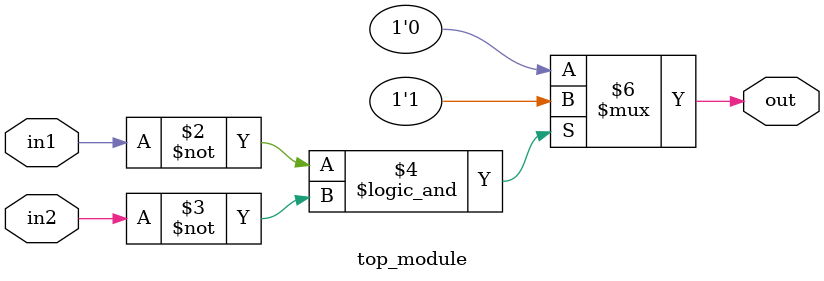
<source format=sv>
module top_module (
  input in1,
  input in2,
  output logic out
);

  // Complete the module using the truth table for the desired functionality
  always_comb begin
    if (in1 == 0 && in2 == 0)
      out = 1;
    else
      out = 0;
  end
  
endmodule

</source>
